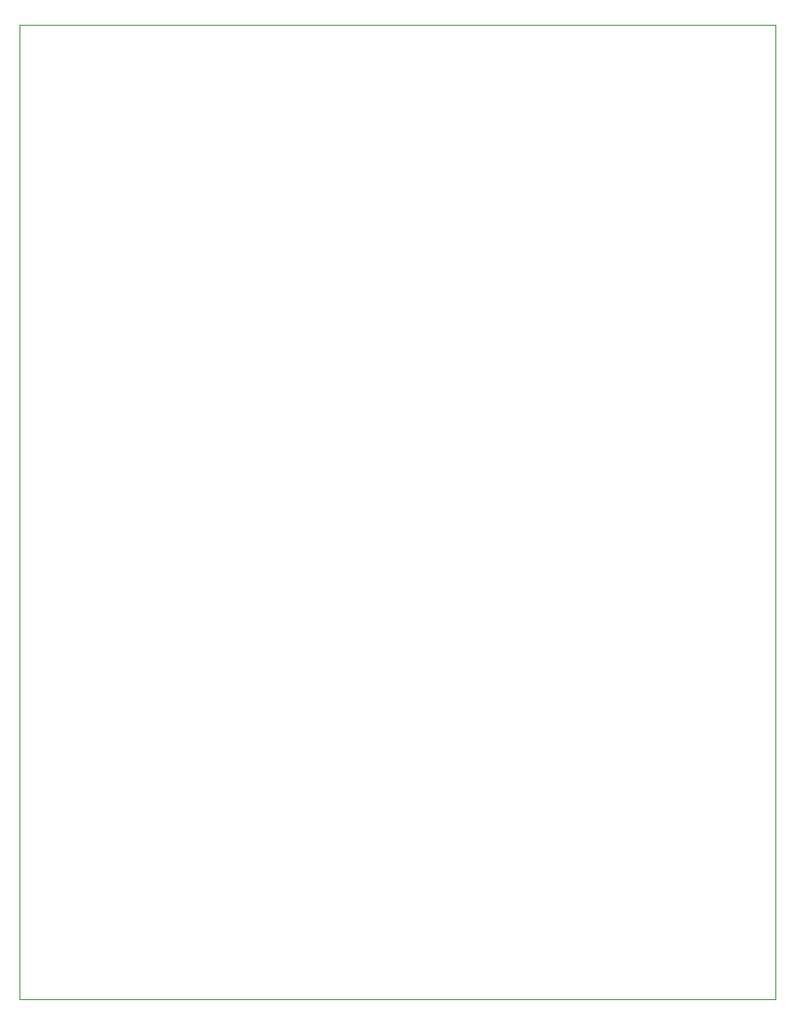
<source format=gbr>
G04*
G04 #@! TF.GenerationSoftware,Altium Limited,Altium Designer,25.8.1 (18)*
G04*
G04 Layer_Color=0*
%FSLAX44Y44*%
%MOMM*%
G71*
G04*
G04 #@! TF.SameCoordinates,DF3AAA51-F136-4719-93B0-9B07129043F7*
G04*
G04*
G04 #@! TF.FilePolarity,Positive*
G04*
G01*
G75*
%ADD44C,0.0254*%
D44*
X422910Y16510D02*
X1145540D01*
Y947420D01*
X422910D01*
Y16510D01*
M02*

</source>
